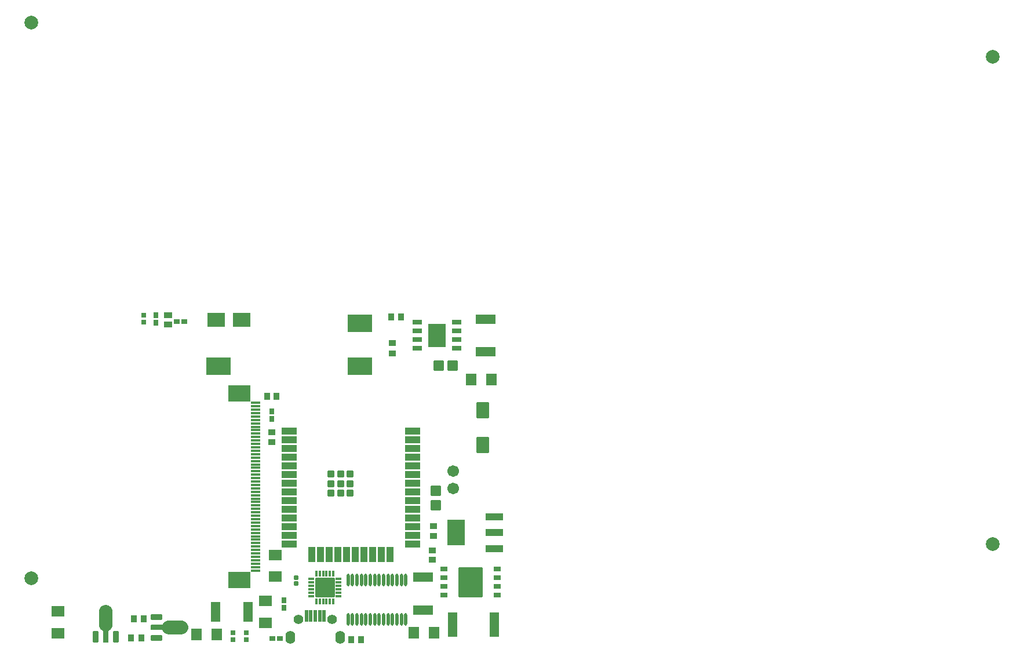
<source format=gts>
G04 Layer: TopSolderMaskLayer*
G04 EasyEDA Pro v2.1.49.573a4102.674264, 2024-03-06 21:11:32*
G04 Gerber Generator version 0.3*
G04 Scale: 100 percent, Rotated: No, Reflected: No*
G04 Dimensions in millimeters*
G04 Leading zeros omitted, absolute positions, 3 integers and 5 decimals*
G04 Panelize: V-CUT, Column: 2, Row: 2, Board Size: 105.286mm x 50.038mm, Panelized Board Size: 174.323mm x 101.42mm, Panelized Method: Only Board Outline*
%FSLAX35Y35*%
%MOMM*%
%AMRoundRect*1,1,$1,$2,$3*1,1,$1,$4,$5*1,1,$1,0-$2,0-$3*1,1,$1,0-$4,0-$5*20,1,$1,$2,$3,$4,$5,0*20,1,$1,$4,$5,0-$2,0-$3,0*20,1,$1,0-$2,0-$3,0-$4,0-$5,0*20,1,$1,0-$4,0-$5,$2,$3,0*4,1,4,$2,$3,$4,$5,0-$2,0-$3,0-$4,0-$5,$2,$3,0*%
%AMOval*1,1,$1,$2,$3*1,1,$1,$4,$5*20,1,$1,$2,$3,$4,$5,0*%
%ADD10C,2.0*%
%ADD11RoundRect,0.08002X0.61X0.16X0.61X-0.16*%
%ADD12RoundRect,0.09602X1.552X1.152X1.552X-1.152*%
%ADD13O,0.38003X0.90002*%
%ADD14O,0.90002X0.38003*%
%ADD15RoundRect,0.09658X-1.35172X1.35172X1.35172X1.35172*%
%ADD16RoundRect,0.0850X0.20856X0.80855X0.20856X-0.80855*%
%ADD17RoundRect,0.08449X0.20856X0.80855X0.20856X-0.80855*%
%ADD18O,1.4016X1.9016*%
%ADD19C,1.4016*%
%ADD20C,1.7016*%
%ADD21RoundRect,0.09288X-1.23936X0.49437X1.23936X0.49437*%
%ADD22RoundRect,0.09774X-1.23693X1.80193X1.23693X1.80193*%
%ADD23RoundRect,0.08875X0.60642X0.30643X0.60642X-0.30643*%
%ADD24RoundRect,0.09763X-1.20198X-1.65198X-1.20198X1.65198*%
%ADD25RoundRect,0.09549X0.74556X-0.81306X-0.74556X-0.81306*%
%ADD26RoundRect,0.09465X1.35347X0.64474X1.35347X-0.64474*%
%ADD27RoundRect,0.09465X-0.64474X1.35347X0.64474X1.35347*%
%ADD28RoundRect,0.09725X-1.70139X-2.15139X-1.70139X2.15139*%
%ADD29RoundRect,0.08752X0.50625X0.30625X0.50625X-0.30625*%
%ADD30RoundRect,0.08752X-0.50625X-0.30625X-0.50625X0.30625*%
%ADD31RoundRect,0.08981X0.3419X0.7934X0.3419X-0.7934*%
%ADD32RoundRect,0.09138X-0.40835X0.43712X0.40835X0.43712*%
%ADD33RoundRect,0.09138X0.40835X-0.43712X-0.40835X-0.43712*%
%ADD34RoundRect,0.08771X0.27695X0.40199X0.27695X-0.40199*%
%ADD35RoundRect,0.08981X0.7934X-0.3419X-0.7934X-0.3419*%
%ADD36RoundRect,0.09265X1.05447X0.47948X1.05447X-0.47948*%
%ADD37RoundRect,0.09265X0.47948X1.05447X0.47948X-1.05447*%
%ADD38RoundRect,0.09224X-0.45468X-0.45468X-0.45468X0.45468*%
%ADD39RoundRect,0.09778X-1.75191X1.25191X1.75191X1.25191*%
%ADD40RoundRect,0.09691X-1.25234X1.00234X1.25234X1.00234*%
%ADD41RoundRect,0.08771X-0.27695X-0.40199X-0.27695X0.40199*%
%ADD42RoundRect,0.09131X-0.50514X-0.40514X-0.50514X0.40514*%
%ADD43RoundRect,0.08875X0.30643X0.30643X0.30643X-0.30643*%
%ADD44RoundRect,0.09549X-0.74556X0.81306X0.74556X0.81306*%
%ADD45RoundRect,0.09131X0.45514X0.40514X0.45514X-0.40514*%
%ADD46RoundRect,0.09138X-0.43712X-0.40835X-0.43712X0.40835*%
%ADD47RoundRect,0.09465X-0.64474X1.73147X0.64474X1.73147*%
%ADD48RoundRect,0.09131X-0.40514X0.45514X0.40514X0.45514*%
%ADD49RoundRect,0.08771X0.40199X-0.27695X-0.40199X-0.27695*%
%ADD50RoundRect,0.08771X-0.27695X-0.28977X-0.27695X0.28977*%
%ADD51RoundRect,0.09618X-0.85271X-1.10271X-0.85271X1.10271*%
%ADD52RoundRect,0.09549X0.86705X0.74556X0.86705X-0.74556*%
%ADD53RoundRect,0.09549X-0.86705X-0.74556X-0.86705X0.74556*%
%ADD54RoundRect,0.09495X0.70833X-0.67833X-0.70833X-0.67833*%
%ADD55RoundRect,0.09495X-0.67833X-0.70833X-0.67833X0.70833*%
%ADD56RoundRect,0.08771X-0.40199X0.27695X0.40199X0.27695*%
%ADD57Oval,0.4446X0.0X-0.69425X0.0X0.69425*%
G75*


G04 Panelize Start*
G54D10*
G01X1692427Y1012827D03*
G01X15739827Y1512827D03*
G01X1692427Y9129119D03*
G01X15739827Y8629119D03*
G04 Panelize End*

G04 Pad Start*
G54D11*
G01X4971402Y3574491D03*
G01X4971402Y3524504D03*
G01X4971402Y3474491D03*
G01X4971402Y3424504D03*
G01X4971402Y3374492D03*
G01X4971402Y3324504D03*
G01X4971402Y3274492D03*
G01X4971402Y3224505D03*
G01X4971402Y3174492D03*
G01X4971402Y3124505D03*
G01X4971402Y3074492D03*
G01X4971402Y3024505D03*
G01X4971402Y2974492D03*
G01X4971402Y2924505D03*
G01X4971402Y2874493D03*
G01X4971402Y2824505D03*
G01X4971402Y2774493D03*
G01X4971402Y2724506D03*
G01X4971402Y2674493D03*
G01X4971402Y2624506D03*
G01X4971402Y2574493D03*
G01X4971402Y2524506D03*
G01X4971402Y2474493D03*
G01X4971402Y2424506D03*
G01X4971402Y2374494D03*
G01X4971402Y2324506D03*
G01X4971402Y2274494D03*
G01X4971402Y2224507D03*
G01X4971402Y2174494D03*
G01X4971402Y2124507D03*
G01X4971402Y2074494D03*
G01X4971402Y2024507D03*
G01X4971402Y1974494D03*
G01X4971402Y1924507D03*
G01X4971402Y1874495D03*
G01X4971402Y1824507D03*
G01X4971402Y1774495D03*
G01X4971402Y1724508D03*
G01X4971402Y1674495D03*
G01X4971402Y1624508D03*
G01X4971402Y1574495D03*
G01X4971402Y1524508D03*
G01X4971402Y1474495D03*
G01X4971402Y1424508D03*
G01X4971402Y1374496D03*
G01X4971402Y1324508D03*
G01X4971402Y1274496D03*
G01X4971402Y1224509D03*
G01X4971402Y1174496D03*
G01X4971402Y1124509D03*
G54D12*
G01X4731398Y3714496D03*
G01X4731398Y984504D03*
G54D13*
G01X5856901Y675133D03*
G01X5906888Y675133D03*
G01X5956901Y675133D03*
G01X6006888Y675133D03*
G01X6056901Y675133D03*
G01X6106888Y675133D03*
G54D14*
G01X6181894Y750139D03*
G01X6181894Y800127D03*
G01X6181894Y850139D03*
G01X6181894Y900126D03*
G01X6181894Y950139D03*
G01X6181894Y1000126D03*
G54D13*
G01X6106888Y1075132D03*
G01X6056901Y1075132D03*
G01X6006888Y1075132D03*
G01X5956901Y1075132D03*
G01X5906888Y1075132D03*
G01X5857688Y1075132D03*
G54D14*
G01X5781895Y1000126D03*
G01X5781895Y950139D03*
G01X5781895Y900126D03*
G01X5781895Y850139D03*
G01X5781895Y800127D03*
G01X5781895Y750139D03*
G54D15*
G01X5983139Y875133D03*
G54D17*
G01X5971997Y464447D03*
G01X5906999Y464447D03*
G01X5842000Y464447D03*
G01X5777001Y464447D03*
G01X5712003Y464447D03*
G54D18*
G01X6204483Y145169D03*
G01X5479517Y145169D03*
G54D19*
G01X5599506Y412173D03*
G01X6084494Y412199D03*
G54D20*
G01X7861300Y2324100D03*
G01X7861300Y2578100D03*
G54D21*
G01X8462289Y1446403D03*
G01X8462289Y1676400D03*
G01X8462289Y1906397D03*
G54D22*
G01X7895311Y1676400D03*
G54D23*
G01X7329170Y4749800D03*
G01X7329170Y4622800D03*
G01X7329170Y4495800D03*
G01X7329170Y4368800D03*
G01X7910830Y4368800D03*
G01X7910830Y4495800D03*
G01X7910830Y4622800D03*
G01X7910830Y4749800D03*
G54D24*
G01X7620000Y4559300D03*
G54D25*
G01X7580150Y214738D03*
G01X7281649Y214738D03*
G54D26*
G01X7416800Y548284D03*
G01X7416800Y1026516D03*
G54D27*
G01X4861916Y520700D03*
G01X4383684Y520700D03*
G54D25*
G01X4403743Y190505D03*
G01X4105242Y190505D03*
G54D28*
G01X8109149Y952311D03*
G54D29*
G01X7719158Y888811D03*
G01X7719158Y1015811D03*
G01X7719158Y1142811D03*
G01X7719158Y761811D03*
G54D30*
G01X8499141Y1142811D03*
G01X8499141Y761811D03*
G01X8499141Y888811D03*
G01X8499141Y1015811D03*
G54D31*
G01X2631300Y156477D03*
G01X2931300Y156477D03*
G36*
G01X2819286Y77714D02*
G02X2814284Y72713I-5001J0D01*
G01X2748285D01*
G02X2743284Y77714I0J5001D01*
G01Y243465D01*
G01X2739230Y244396D01*
G01X2738088Y244810D01*
G01X2734116Y246824D01*
G01X2733911Y246934D01*
G01X2730035Y249131D01*
G01X2729834Y249251D01*
G01X2726067Y251626D01*
G01X2725872Y251756D01*
G01X2722219Y254306D01*
G01X2722030Y254445D01*
G01X2718502Y257163D01*
G01X2718319Y257311D01*
G01X2714923Y260191D01*
G01X2714748Y260347D01*
G01X2711489Y263385D01*
G01X2711322Y263548D01*
G01X2708210Y266733D01*
G01X2708051Y266904D01*
G01X2705089Y270234D01*
G01X2704937Y270414D01*
G01X2702138Y273876D01*
G01X2701994Y274062D01*
G01X2699360Y277654D01*
G01X2699227Y277845D01*
G01X2696763Y281556D01*
G01X2696638Y281754D01*
G01X2694350Y285576D01*
G01X2694234Y285781D01*
G01X2692128Y289705D01*
G01X2692021Y289917D01*
G01X2690103Y293937D01*
G01X2690009Y294148D01*
G01X2688279Y298253D01*
G01X2688193Y298472D01*
G01X2686658Y302653D01*
G01X2686583Y302876D01*
G01X2685246Y307125D01*
G01X2685182Y307350D01*
G01X2684046Y311655D01*
G01X2683992Y311881D01*
G01X2683057Y316237D01*
G01X2683013Y316471D01*
G01X2682287Y320865D01*
G01X2682254Y321096D01*
G01X2681733Y325521D01*
G01X2681711Y325755D01*
G01X2681399Y330197D01*
G01X2681388Y330428D01*
G01X2681281Y334881D01*
G01X2681280Y335001D01*
G01Y520421D01*
G01X2681281Y520540D01*
G01X2681388Y524993D01*
G01X2681399Y525224D01*
G01X2681711Y529667D01*
G01X2681733Y529900D01*
G01X2682254Y534325D01*
G01X2682287Y534556D01*
G01X2683013Y538950D01*
G01X2683057Y539184D01*
G01X2683992Y543540D01*
G01X2684046Y543766D01*
G01X2685182Y548071D01*
G01X2685246Y548296D01*
G01X2686583Y552545D01*
G01X2686658Y552768D01*
G01X2688193Y556949D01*
G01X2688279Y557168D01*
G01X2690009Y561273D01*
G01X2690103Y561484D01*
G01X2692021Y565505D01*
G01X2692128Y565716D01*
G01X2694234Y569641D01*
G01X2694350Y569845D01*
G01X2696638Y573668D01*
G01X2696763Y573865D01*
G01X2699227Y577576D01*
G01X2699360Y577767D01*
G01X2701994Y581359D01*
G01X2702138Y581546D01*
G01X2704937Y585008D01*
G01X2705089Y585187D01*
G01X2708051Y588517D01*
G01X2708210Y588688D01*
G01X2711322Y591873D01*
G01X2711489Y592037D01*
G01X2714748Y595074D01*
G01X2714923Y595230D01*
G01X2718319Y598111D01*
G01X2718502Y598258D01*
G01Y598259D01*
G01X2722030Y600976D01*
G01X2722219Y601115D01*
G01X2725872Y603665D01*
G01X2726067Y603795D01*
G01X2729834Y606170D01*
G01X2730035Y606290D01*
G01X2733911Y608487D01*
G01X2734116Y608597D01*
G01X2738088Y610611D01*
G01X2738303Y610714D01*
G01X2742367Y612537D01*
G01X2742580Y612627D01*
G01X2746723Y614260D01*
G01X2746945Y614342D01*
G01X2751162Y615777D01*
G01X2751385Y615847D01*
G01X2755665Y617084D01*
G01X2755893Y617144D01*
G01X2760226Y618178D01*
G01X2760453Y618227D01*
G01X2764827Y619058D01*
G01X2765059Y619096D01*
G01X2769471Y619721D01*
G01X2769705Y619748D01*
G01X2774139Y620165D01*
G01X2774373Y620181D01*
G01X2778821Y620390D01*
G01X2779055Y620395D01*
G01X2783510D01*
G01X2783744Y620390D01*
G01X2788191Y620181D01*
G01X2788425Y620165D01*
G01X2792860Y619748D01*
G01X2793093Y619721D01*
G01X2797505Y619096D01*
G01X2797737Y619058D01*
G01X2802111Y618227D01*
G01X2802339Y618178D01*
G01X2806672Y617144D01*
G01X2806900Y617084D01*
G01X2811180Y615847D01*
G01X2811403Y615777D01*
G01X2815619Y614342D01*
G01X2815842Y614260D01*
G01X2819985Y612627D01*
G01X2820198Y612537D01*
G01X2824262Y610714D01*
G01X2824476Y610611D01*
G01X2828449Y608597D01*
G01X2828653Y608487D01*
G01X2832529Y606290D01*
G01X2832730Y606170D01*
G01X2836497Y603795D01*
G01X2836693Y603665D01*
G01X2840345Y601115D01*
G01X2840534Y600976D01*
G01X2844062Y598259D01*
G01Y598258D01*
G01X2844245Y598111D01*
G01X2847641Y595230D01*
G01X2847817Y595074D01*
G01X2851075Y592037D01*
G01X2851243Y591873D01*
G01X2854354Y588688D01*
G01X2854514Y588517D01*
G01X2857475Y585187D01*
G01X2857627Y585008D01*
G01X2860426Y581546D01*
G01X2860570Y581359D01*
G01X2863204Y577767D01*
G01X2863338Y577576D01*
G01X2865802Y573865D01*
G01X2865926Y573668D01*
G01X2868215Y569845D01*
G01X2868331Y569641D01*
G01X2870436Y565716D01*
G01X2870543Y565505D01*
G01X2872461Y561484D01*
G01X2872556Y561273D01*
G01X2874286Y557168D01*
G01X2874372Y556949D01*
G01X2875906Y552768D01*
G01X2875982Y552545D01*
G01X2877318Y548296D01*
G01X2877383Y548071D01*
G01X2878518Y543766D01*
G01X2878572Y543540D01*
G01X2879507Y539184D01*
G01X2879551Y538950D01*
G01X2880278Y534556D01*
G01X2880310Y534325D01*
G01X2880831Y529900D01*
G01X2880853Y529667D01*
G01X2881166Y525224D01*
G01X2881176Y524993D01*
G01X2881283Y520540D01*
G01X2881285Y520421D01*
G01Y335001D01*
G01X2881283Y334881D01*
G01X2881176Y330428D01*
G01X2881166Y330197D01*
G01X2880853Y325755D01*
G01X2880831Y325521D01*
G01X2880310Y321096D01*
G01X2880278Y320865D01*
G01X2879551Y316471D01*
G01X2879507Y316237D01*
G01X2878572Y311881D01*
G01X2878518Y311655D01*
G01X2877383Y307350D01*
G01X2877318Y307125D01*
G01X2875982Y302876D01*
G01X2875906Y302653D01*
G01X2874372Y298472D01*
G01X2874286Y298253D01*
G01X2872556Y294148D01*
G01X2872461Y293937D01*
G01X2870543Y289917D01*
G01X2870436Y289705D01*
G01X2868331Y285781D01*
G01X2868215Y285576D01*
G01X2865926Y281754D01*
G01X2865802Y281556D01*
G01X2863338Y277845D01*
G01X2863204Y277654D01*
G01X2860570Y274062D01*
G01X2860426Y273876D01*
G01X2857627Y270414D01*
G01X2857475Y270234D01*
G01X2854514Y266904D01*
G01X2854354Y266733D01*
G01X2851243Y263548D01*
G01X2851075Y263385D01*
G01X2847817Y260347D01*
G01X2847641Y260191D01*
G01X2844245Y257311D01*
G01X2844062Y257163D01*
G01X2840534Y254445D01*
G01X2840345Y254306D01*
G01X2836693Y251756D01*
G01X2836497Y251626D01*
G01X2832730Y249251D01*
G01X2832529Y249131D01*
G01X2828653Y246934D01*
G01X2828449Y246824D01*
G01X2824476Y244810D01*
G01X2823335Y244396D01*
G01X2819286Y243465D01*
G01Y77714D01*
G37*
G54D32*
G01X3339236Y419100D03*
G01X3188564Y419100D03*
G54D33*
G01X3150464Y139700D03*
G01X3301136Y139700D03*
G54D34*
G01X5384800Y580492D03*
G01X5384800Y689508D03*
G54D35*
G01X3521977Y442100D03*
G01X3521977Y142100D03*
G36*
G01X3890493Y192224D02*
G01X3886040Y192117D01*
G01X3885921Y192115D01*
G01X3700501D01*
G01X3700381Y192117D01*
G01X3695928Y192224D01*
G01X3695697Y192234D01*
G01X3691255Y192547D01*
G01X3691021Y192569D01*
G01X3686596Y193090D01*
G01X3686365Y193122D01*
G01X3681971Y193849D01*
G01X3681737Y193893D01*
G01X3677381Y194828D01*
G01X3677155Y194882D01*
G01X3672850Y196017D01*
G01X3672625Y196082D01*
G01X3668376Y197418D01*
G01X3668153Y197494D01*
G01X3663972Y199028D01*
G01X3663753Y199114D01*
G01X3659648Y200844D01*
G01X3659437Y200939D01*
G01X3655417Y202857D01*
G01X3655205Y202964D01*
G01X3651281Y205069D01*
G01X3651076Y205185D01*
G01X3647254Y207474D01*
G01X3647056Y207598D01*
G01X3643345Y210062D01*
G01X3643154Y210196D01*
G01X3639562Y212830D01*
G01X3639376Y212974D01*
G01X3635914Y215773D01*
G01X3635734Y215925D01*
G01X3632404Y218886D01*
G01X3632233Y219046D01*
G01X3629048Y222157D01*
G01X3628885Y222325D01*
G01X3625847Y225583D01*
G01X3625691Y225759D01*
G01X3622811Y229155D01*
G01X3622663Y229338D01*
G01X3619945Y232866D01*
G01X3619806Y233055D01*
G01X3617256Y236707D01*
G01X3617126Y236903D01*
G01X3614751Y240670D01*
G01X3614631Y240871D01*
G01X3612434Y244747D01*
G01X3612324Y244951D01*
G01X3610310Y248924D01*
G01X3609896Y250065D01*
G01X3608965Y254114D01*
G01X3443214D01*
G02X3438213Y259116I0J5001D01*
G01Y325115D01*
G02X3443214Y330116I5001J0D01*
G01X3608965D01*
G01X3609896Y334170D01*
G01X3610310Y335312D01*
G01X3612324Y339284D01*
G01X3612434Y339489D01*
G01X3614631Y343365D01*
G01X3614751Y343566D01*
G01X3617126Y347333D01*
G01X3617256Y347528D01*
G01X3619806Y351181D01*
G01X3619945Y351370D01*
G01X3622663Y354898D01*
G01X3622811Y355081D01*
G01X3625691Y358477D01*
G01X3625847Y358652D01*
G01X3628885Y361911D01*
G01X3629048Y362078D01*
G01X3632233Y365190D01*
G01X3632404Y365349D01*
G01X3635734Y368311D01*
G01X3635914Y368463D01*
G01X3639376Y371262D01*
G01X3639562Y371406D01*
G01X3643154Y374040D01*
G01X3643345Y374173D01*
G01X3647056Y376637D01*
G01X3647254Y376762D01*
G01X3651076Y379050D01*
G01X3651281Y379166D01*
G01X3655205Y381272D01*
G01X3655417Y381379D01*
G01X3659437Y383297D01*
G01X3659648Y383391D01*
G01X3663753Y385121D01*
G01X3663972Y385207D01*
G01X3668153Y386742D01*
G01X3668376Y386817D01*
G01X3672625Y388154D01*
G01X3672850Y388218D01*
G01X3677155Y389354D01*
G01X3677381Y389408D01*
G01X3681737Y390343D01*
G01X3681971Y390387D01*
G01X3686365Y391113D01*
G01X3686596Y391146D01*
G01X3691021Y391667D01*
G01X3691255Y391689D01*
G01X3695697Y392001D01*
G01X3695928Y392012D01*
G01X3700381Y392119D01*
G01X3700501Y392120D01*
G01X3885921D01*
G01X3886040Y392119D01*
G01X3890493Y392012D01*
G01X3890724Y392001D01*
G01X3895167Y391689D01*
G01X3895400Y391667D01*
G01X3899825Y391146D01*
G01X3900056Y391113D01*
G01X3904450Y390387D01*
G01X3904684Y390343D01*
G01X3909040Y389408D01*
G01X3909266Y389354D01*
G01X3913571Y388218D01*
G01X3913796Y388154D01*
G01X3918045Y386817D01*
G01X3918268Y386742D01*
G01X3922449Y385207D01*
G01X3922668Y385121D01*
G01X3926773Y383391D01*
G01X3926984Y383297D01*
G01X3931005Y381379D01*
G01X3931216Y381272D01*
G01X3935141Y379166D01*
G01X3935345Y379050D01*
G01X3939168Y376762D01*
G01X3939365Y376637D01*
G01X3943076Y374173D01*
G01X3943267Y374040D01*
G01X3946859Y371406D01*
G01X3947046Y371262D01*
G01X3950508Y368463D01*
G01X3950687Y368311D01*
G01X3954017Y365349D01*
G01X3954188Y365190D01*
G01X3957373Y362078D01*
G01X3957537Y361911D01*
G01X3960574Y358652D01*
G01X3960730Y358477D01*
G01X3963611Y355081D01*
G01X3963758Y354898D01*
G01X3966476Y351370D01*
G01X3966615Y351181D01*
G01X3969165Y347528D01*
G01X3969295Y347333D01*
G01X3971670Y343566D01*
G01X3971790Y343365D01*
G01X3973987Y339489D01*
G01X3974097Y339284D01*
G01X3976111Y335312D01*
G01X3976214Y335097D01*
G01X3978037Y331033D01*
G01X3978127Y330820D01*
G01X3979760Y326677D01*
G01X3979842Y326455D01*
G01X3981277Y322238D01*
G01X3981347Y322015D01*
G01X3982584Y317735D01*
G01X3982644Y317507D01*
G01X3983678Y313174D01*
G01X3983727Y312947D01*
G01X3984558Y308573D01*
G01X3984596Y308341D01*
G01X3985221Y303929D01*
G01X3985248Y303695D01*
G01X3985665Y299261D01*
G01X3985681Y299027D01*
G01X3985890Y294579D01*
G01X3985895Y294345D01*
G01Y289890D01*
G01X3985890Y289656D01*
G01X3985681Y285209D01*
G01X3985665Y284975D01*
G01X3985248Y280540D01*
G01X3985221Y280307D01*
G01X3984596Y275895D01*
G01X3984558Y275663D01*
G01X3983727Y271289D01*
G01X3983678Y271061D01*
G01X3982644Y266728D01*
G01X3982584Y266500D01*
G01X3981347Y262220D01*
G01X3981277Y261997D01*
G01X3979842Y257781D01*
G01X3979760Y257558D01*
G01X3978127Y253415D01*
G01X3978037Y253202D01*
G01X3976214Y249138D01*
G01X3976111Y248924D01*
G01X3974097Y244951D01*
G01X3973987Y244747D01*
G01X3971790Y240871D01*
G01X3971670Y240670D01*
G01X3969295Y236903D01*
G01X3969165Y236707D01*
G01X3966615Y233055D01*
G01X3966476Y232866D01*
G01X3963759Y229338D01*
G01X3963758D01*
G01X3963611Y229155D01*
G01X3960730Y225759D01*
G01X3960574Y225583D01*
G01X3957537Y222325D01*
G01X3957373Y222157D01*
G01X3954188Y219046D01*
G01X3954017Y218886D01*
G01X3950687Y215925D01*
G01X3950508Y215773D01*
G01X3947046Y212974D01*
G01X3946859Y212830D01*
G01X3943267Y210196D01*
G01X3943076Y210062D01*
G01X3939365Y207598D01*
G01X3939168Y207474D01*
G01X3935345Y205185D01*
G01X3935141Y205069D01*
G01X3931216Y202964D01*
G01X3931005Y202857D01*
G01X3926984Y200939D01*
G01X3926773Y200844D01*
G01X3922668Y199114D01*
G01X3922449Y199028D01*
G01X3918268Y197494D01*
G01X3918045Y197418D01*
G01X3913796Y196082D01*
G01X3913571Y196017D01*
G01X3909266Y194882D01*
G01X3909040Y194828D01*
G01X3904684Y193893D01*
G01X3904450Y193849D01*
G01X3900056Y193122D01*
G01X3899825Y193090D01*
G01X3895400Y192569D01*
G01X3895167Y192547D01*
G01X3890724Y192234D01*
G01X3890493Y192224D01*
G37*
G54D32*
G01X7098436Y4826000D03*
G01X6947764Y4826000D03*
G54D36*
G01X5462689Y3160852D03*
G01X5462689Y3033852D03*
G01X5462689Y2906852D03*
G01X5462689Y2779852D03*
G01X5462689Y2652852D03*
G01X5462689Y2525852D03*
G01X5462689Y2398852D03*
G01X5462689Y2271852D03*
G01X5462689Y2144852D03*
G01X5462689Y2017852D03*
G01X5462689Y1890852D03*
G01X5462689Y1763852D03*
G01X5462689Y1636852D03*
G01X5462689Y1509852D03*
G54D37*
G01X5791213Y1360348D03*
G01X5918213Y1360348D03*
G01X6045213Y1360348D03*
G01X6172213Y1360348D03*
G01X6299213Y1360348D03*
G01X6426213Y1360348D03*
G01X6553213Y1360348D03*
G01X6680213Y1360348D03*
G01X6807213Y1360348D03*
G01X6934213Y1360348D03*
G54D36*
G01X7262711Y1509852D03*
G01X7262711Y1636852D03*
G01X7262711Y1763852D03*
G01X7262711Y1890852D03*
G01X7262711Y2017852D03*
G01X7262711Y2144852D03*
G01X7262711Y2271852D03*
G01X7262711Y2398852D03*
G01X7262711Y2525852D03*
G01X7262711Y2652852D03*
G01X7262711Y2779852D03*
G01X7262711Y2906852D03*
G01X7262711Y3033852D03*
G01X7262711Y3160852D03*
G54D38*
G01X6212675Y2392756D03*
G01X6072696Y2392756D03*
G01X6352705Y2392756D03*
G01X6352705Y2532761D03*
G01X6212700Y2532761D03*
G01X6072696Y2532761D03*
G01X6072696Y2252751D03*
G01X6212700Y2252751D03*
G01X6352705Y2252751D03*
G54D39*
G01X6497100Y4112700D03*
G01X6497100Y4737700D03*
G01X4427100Y4112700D03*
G54D40*
G01X4393100Y4787700D03*
G01X4768100Y4787700D03*
G54D41*
G01X3517900Y4855108D03*
G01X3517900Y4746092D03*
G54D42*
G01X3695713Y4717910D03*
G01X3695713Y4857890D03*
G54D43*
G01X3340100Y4850600D03*
G01X3340100Y4750600D03*
G54D44*
G01X8118457Y3911595D03*
G01X8416958Y3911595D03*
G54D26*
G01X8331200Y4320184D03*
G01X8331200Y4798416D03*
G54D45*
G01X5207000Y3003398D03*
G01X5207000Y3143402D03*
G01X7569200Y1631798D03*
G01X7569200Y1771802D03*
G54D46*
G01X6972300Y4444136D03*
G01X6972300Y4293464D03*
G54D34*
G01X5207000Y3336392D03*
G01X5207000Y3445408D03*
G54D47*
G01X8460029Y330200D03*
G01X7846771Y330200D03*
G54D45*
G01X7553303Y1277845D03*
G01X7553303Y1417850D03*
G54D48*
G01X6508902Y114300D03*
G01X6368898Y114300D03*
G54D49*
G01X5215992Y127000D03*
G01X5325008Y127000D03*
G54D43*
G01X4836599Y217602D03*
G01X4637603Y217602D03*
G01X4637603Y112598D03*
G01X4836599Y112598D03*
G54D50*
G01X5562600Y1021182D03*
G01X5562600Y934618D03*
G54D51*
G01X8293100Y2956560D03*
G01X8293100Y3469640D03*
G54D52*
G01X2082800Y209042D03*
G01X2082800Y527558D03*
G54D53*
G01X5118100Y679958D03*
G01X5118100Y361442D03*
G54D52*
G01X5257800Y1034542D03*
G01X5257800Y1353058D03*
G54D54*
G01X7644003Y4114800D03*
G01X7849997Y4114800D03*
G54D55*
G01X7607300Y2287397D03*
G01X7607300Y2081403D03*
G54D56*
G01X3928008Y4762500D03*
G01X3818992Y4762500D03*
G54D48*
G01X5277002Y3670300D03*
G01X5136998Y3670300D03*
G54D57*
G01X7166204Y985076D03*
G01X7101205Y985076D03*
G01X7036206Y985076D03*
G01X6971208Y985076D03*
G01X6906209Y985076D03*
G01X6841211Y985076D03*
G01X6776187Y985076D03*
G01X6711188Y985076D03*
G01X6646189Y985076D03*
G01X6581191Y985076D03*
G01X6516192Y985076D03*
G01X6451194Y985076D03*
G01X6386195Y985076D03*
G01X6321196Y985076D03*
G01X7166204Y411925D03*
G01X7101205Y411925D03*
G01X7036206Y411925D03*
G01X6971208Y411925D03*
G01X6906209Y411925D03*
G01X6841211Y411925D03*
G01X6776187Y411925D03*
G01X6711188Y411925D03*
G01X6646189Y411925D03*
G01X6581191Y411925D03*
G01X6516192Y411925D03*
G01X6451194Y411925D03*
G01X6386195Y411925D03*
G01X6321196Y411925D03*
G04 Pad End*

M02*

</source>
